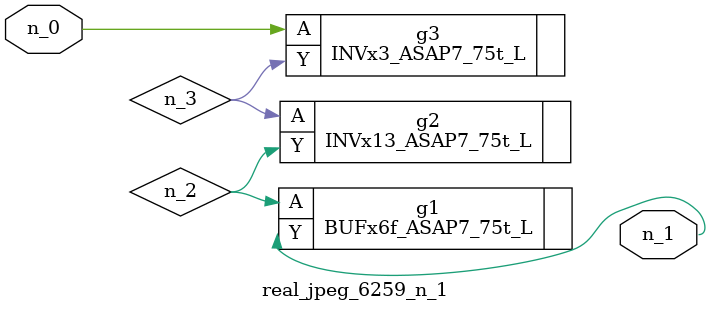
<source format=v>
module real_jpeg_6259_n_1 (n_0, n_1);

input n_0;

output n_1;

wire n_3;
wire n_2;

INVx3_ASAP7_75t_L g3 ( 
.A(n_0),
.Y(n_3)
);

BUFx6f_ASAP7_75t_L g1 ( 
.A(n_2),
.Y(n_1)
);

INVx13_ASAP7_75t_L g2 ( 
.A(n_3),
.Y(n_2)
);


endmodule
</source>
